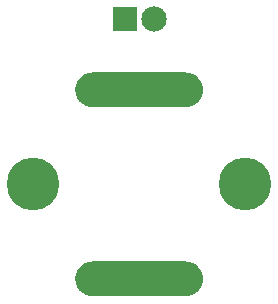
<source format=gbs>
G04 #@! TF.GenerationSoftware,KiCad,Pcbnew,6.0.0-rc1-unknown-7dfc4e3~65~ubuntu18.04.1*
G04 #@! TF.CreationDate,2018-07-28T12:07:41+05:30*
G04 #@! TF.ProjectId,airmount,6169726D6F756E742E6B696361645F70,rev?*
G04 #@! TF.SameCoordinates,Original*
G04 #@! TF.FileFunction,Soldermask,Bot*
G04 #@! TF.FilePolarity,Negative*
%FSLAX46Y46*%
G04 Gerber Fmt 4.6, Leading zero omitted, Abs format (unit mm)*
G04 Created by KiCad (PCBNEW 6.0.0-rc1-unknown-7dfc4e3~65~ubuntu18.04.1) date Sat Jul 28 12:07:41 2018*
%MOMM*%
%LPD*%
G01*
G04 APERTURE LIST*
%ADD10C,4.464000*%
%ADD11C,0.100000*%
%ADD12C,2.940000*%
%ADD13R,2.150000X2.150000*%
%ADD14C,2.150000*%
G04 APERTURE END LIST*
D10*
G04 #@! TO.C,M1*
X135991600Y-88900000D03*
X118008400Y-88900000D03*
G04 #@! TD*
D11*
G04 #@! TO.C,M2*
G36*
X131081085Y-95438077D02*
X131223783Y-95459245D01*
X131363718Y-95494297D01*
X131499545Y-95542896D01*
X131629953Y-95604575D01*
X131753688Y-95678739D01*
X131869558Y-95764674D01*
X131976447Y-95861552D01*
X132073325Y-95968441D01*
X132159260Y-96084311D01*
X132233424Y-96208046D01*
X132295103Y-96338454D01*
X132343702Y-96474281D01*
X132378754Y-96614216D01*
X132399922Y-96756914D01*
X132407000Y-96900999D01*
X132407000Y-96901001D01*
X132399922Y-97045086D01*
X132378754Y-97187784D01*
X132343702Y-97327719D01*
X132295103Y-97463546D01*
X132233424Y-97593954D01*
X132159260Y-97717689D01*
X132073325Y-97833559D01*
X131976447Y-97940448D01*
X131869558Y-98037326D01*
X131753688Y-98123261D01*
X131629953Y-98197425D01*
X131499545Y-98259104D01*
X131363718Y-98307703D01*
X131223783Y-98342755D01*
X131081085Y-98363923D01*
X130937000Y-98371001D01*
X123063000Y-98371001D01*
X122918915Y-98363923D01*
X122776217Y-98342755D01*
X122636282Y-98307703D01*
X122500455Y-98259104D01*
X122370047Y-98197425D01*
X122246312Y-98123261D01*
X122130442Y-98037326D01*
X122023553Y-97940448D01*
X121926675Y-97833559D01*
X121840740Y-97717689D01*
X121766576Y-97593954D01*
X121704897Y-97463546D01*
X121656298Y-97327719D01*
X121621246Y-97187784D01*
X121600078Y-97045086D01*
X121593000Y-96901001D01*
X121593000Y-96900999D01*
X121600078Y-96756914D01*
X121621246Y-96614216D01*
X121656298Y-96474281D01*
X121704897Y-96338454D01*
X121766576Y-96208046D01*
X121840740Y-96084311D01*
X121926675Y-95968441D01*
X122023553Y-95861552D01*
X122130442Y-95764674D01*
X122246312Y-95678739D01*
X122370047Y-95604575D01*
X122500455Y-95542896D01*
X122636282Y-95494297D01*
X122776217Y-95459245D01*
X122918915Y-95438077D01*
X123063000Y-95430999D01*
X130937000Y-95430999D01*
X131081085Y-95438077D01*
X131081085Y-95438077D01*
G37*
D12*
X127000000Y-96901000D03*
D11*
G36*
X131081085Y-79436077D02*
X131223783Y-79457245D01*
X131363718Y-79492297D01*
X131499545Y-79540896D01*
X131629953Y-79602575D01*
X131753688Y-79676739D01*
X131869558Y-79762674D01*
X131976447Y-79859552D01*
X132073325Y-79966441D01*
X132159260Y-80082311D01*
X132233424Y-80206046D01*
X132295103Y-80336454D01*
X132343702Y-80472281D01*
X132378754Y-80612216D01*
X132399922Y-80754914D01*
X132407000Y-80898999D01*
X132407000Y-80899001D01*
X132399922Y-81043086D01*
X132378754Y-81185784D01*
X132343702Y-81325719D01*
X132295103Y-81461546D01*
X132233424Y-81591954D01*
X132159260Y-81715689D01*
X132073325Y-81831559D01*
X131976447Y-81938448D01*
X131869558Y-82035326D01*
X131753688Y-82121261D01*
X131629953Y-82195425D01*
X131499545Y-82257104D01*
X131363718Y-82305703D01*
X131223783Y-82340755D01*
X131081085Y-82361923D01*
X130937000Y-82369001D01*
X123063000Y-82369001D01*
X122918915Y-82361923D01*
X122776217Y-82340755D01*
X122636282Y-82305703D01*
X122500455Y-82257104D01*
X122370047Y-82195425D01*
X122246312Y-82121261D01*
X122130442Y-82035326D01*
X122023553Y-81938448D01*
X121926675Y-81831559D01*
X121840740Y-81715689D01*
X121766576Y-81591954D01*
X121704897Y-81461546D01*
X121656298Y-81325719D01*
X121621246Y-81185784D01*
X121600078Y-81043086D01*
X121593000Y-80899001D01*
X121593000Y-80898999D01*
X121600078Y-80754914D01*
X121621246Y-80612216D01*
X121656298Y-80472281D01*
X121704897Y-80336454D01*
X121766576Y-80206046D01*
X121840740Y-80082311D01*
X121926675Y-79966441D01*
X122023553Y-79859552D01*
X122130442Y-79762674D01*
X122246312Y-79676739D01*
X122370047Y-79602575D01*
X122500455Y-79540896D01*
X122636282Y-79492297D01*
X122776217Y-79457245D01*
X122918915Y-79436077D01*
X123063000Y-79428999D01*
X130937000Y-79428999D01*
X131081085Y-79436077D01*
X131081085Y-79436077D01*
G37*
D12*
X127000000Y-80899000D03*
G04 #@! TD*
D13*
G04 #@! TO.C,J1*
X125780800Y-74941800D03*
D14*
X128280800Y-74941800D03*
G04 #@! TD*
M02*

</source>
